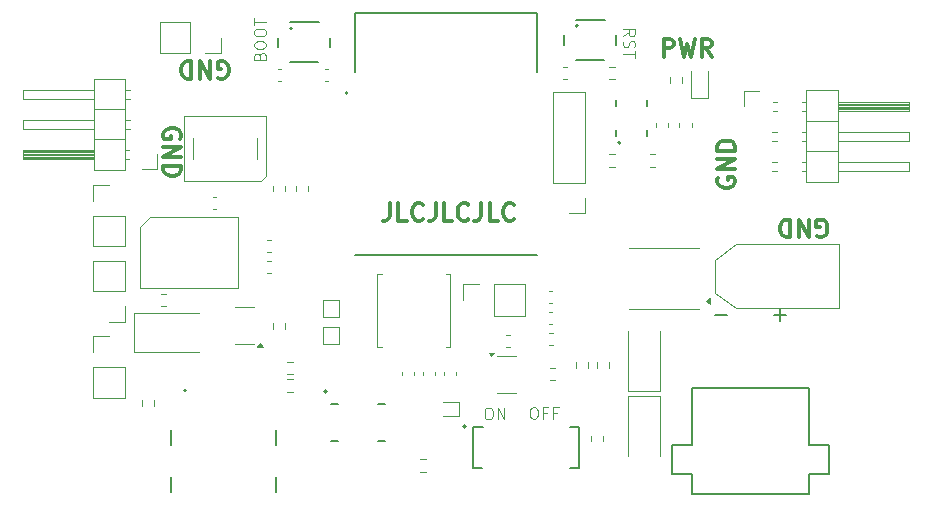
<source format=gbr>
%TF.GenerationSoftware,KiCad,Pcbnew,8.0.6*%
%TF.CreationDate,2024-12-20T17:35:20-08:00*%
%TF.ProjectId,roomba,726f6f6d-6261-42e6-9b69-6361645f7063,rev?*%
%TF.SameCoordinates,Original*%
%TF.FileFunction,Legend,Top*%
%TF.FilePolarity,Positive*%
%FSLAX46Y46*%
G04 Gerber Fmt 4.6, Leading zero omitted, Abs format (unit mm)*
G04 Created by KiCad (PCBNEW 8.0.6) date 2024-12-20 17:35:20*
%MOMM*%
%LPD*%
G01*
G04 APERTURE LIST*
%ADD10C,0.300000*%
%ADD11C,0.100000*%
%ADD12C,0.120000*%
%ADD13C,0.200000*%
%ADD14C,0.127000*%
G04 APERTURE END LIST*
D10*
X146983082Y-102800828D02*
X146983082Y-103872257D01*
X146983082Y-103872257D02*
X146911653Y-104086542D01*
X146911653Y-104086542D02*
X146768796Y-104229400D01*
X146768796Y-104229400D02*
X146554510Y-104300828D01*
X146554510Y-104300828D02*
X146411653Y-104300828D01*
X148411653Y-104300828D02*
X147697367Y-104300828D01*
X147697367Y-104300828D02*
X147697367Y-102800828D01*
X149768796Y-104157971D02*
X149697368Y-104229400D01*
X149697368Y-104229400D02*
X149483082Y-104300828D01*
X149483082Y-104300828D02*
X149340225Y-104300828D01*
X149340225Y-104300828D02*
X149125939Y-104229400D01*
X149125939Y-104229400D02*
X148983082Y-104086542D01*
X148983082Y-104086542D02*
X148911653Y-103943685D01*
X148911653Y-103943685D02*
X148840225Y-103657971D01*
X148840225Y-103657971D02*
X148840225Y-103443685D01*
X148840225Y-103443685D02*
X148911653Y-103157971D01*
X148911653Y-103157971D02*
X148983082Y-103015114D01*
X148983082Y-103015114D02*
X149125939Y-102872257D01*
X149125939Y-102872257D02*
X149340225Y-102800828D01*
X149340225Y-102800828D02*
X149483082Y-102800828D01*
X149483082Y-102800828D02*
X149697368Y-102872257D01*
X149697368Y-102872257D02*
X149768796Y-102943685D01*
X150840225Y-102800828D02*
X150840225Y-103872257D01*
X150840225Y-103872257D02*
X150768796Y-104086542D01*
X150768796Y-104086542D02*
X150625939Y-104229400D01*
X150625939Y-104229400D02*
X150411653Y-104300828D01*
X150411653Y-104300828D02*
X150268796Y-104300828D01*
X152268796Y-104300828D02*
X151554510Y-104300828D01*
X151554510Y-104300828D02*
X151554510Y-102800828D01*
X153625939Y-104157971D02*
X153554511Y-104229400D01*
X153554511Y-104229400D02*
X153340225Y-104300828D01*
X153340225Y-104300828D02*
X153197368Y-104300828D01*
X153197368Y-104300828D02*
X152983082Y-104229400D01*
X152983082Y-104229400D02*
X152840225Y-104086542D01*
X152840225Y-104086542D02*
X152768796Y-103943685D01*
X152768796Y-103943685D02*
X152697368Y-103657971D01*
X152697368Y-103657971D02*
X152697368Y-103443685D01*
X152697368Y-103443685D02*
X152768796Y-103157971D01*
X152768796Y-103157971D02*
X152840225Y-103015114D01*
X152840225Y-103015114D02*
X152983082Y-102872257D01*
X152983082Y-102872257D02*
X153197368Y-102800828D01*
X153197368Y-102800828D02*
X153340225Y-102800828D01*
X153340225Y-102800828D02*
X153554511Y-102872257D01*
X153554511Y-102872257D02*
X153625939Y-102943685D01*
X154697368Y-102800828D02*
X154697368Y-103872257D01*
X154697368Y-103872257D02*
X154625939Y-104086542D01*
X154625939Y-104086542D02*
X154483082Y-104229400D01*
X154483082Y-104229400D02*
X154268796Y-104300828D01*
X154268796Y-104300828D02*
X154125939Y-104300828D01*
X156125939Y-104300828D02*
X155411653Y-104300828D01*
X155411653Y-104300828D02*
X155411653Y-102800828D01*
X157483082Y-104157971D02*
X157411654Y-104229400D01*
X157411654Y-104229400D02*
X157197368Y-104300828D01*
X157197368Y-104300828D02*
X157054511Y-104300828D01*
X157054511Y-104300828D02*
X156840225Y-104229400D01*
X156840225Y-104229400D02*
X156697368Y-104086542D01*
X156697368Y-104086542D02*
X156625939Y-103943685D01*
X156625939Y-103943685D02*
X156554511Y-103657971D01*
X156554511Y-103657971D02*
X156554511Y-103443685D01*
X156554511Y-103443685D02*
X156625939Y-103157971D01*
X156625939Y-103157971D02*
X156697368Y-103015114D01*
X156697368Y-103015114D02*
X156840225Y-102872257D01*
X156840225Y-102872257D02*
X157054511Y-102800828D01*
X157054511Y-102800828D02*
X157197368Y-102800828D01*
X157197368Y-102800828D02*
X157411654Y-102872257D01*
X157411654Y-102872257D02*
X157483082Y-102943685D01*
D11*
X166727580Y-88675312D02*
X167203771Y-88341979D01*
X166727580Y-88103884D02*
X167727580Y-88103884D01*
X167727580Y-88103884D02*
X167727580Y-88484836D01*
X167727580Y-88484836D02*
X167679961Y-88580074D01*
X167679961Y-88580074D02*
X167632342Y-88627693D01*
X167632342Y-88627693D02*
X167537104Y-88675312D01*
X167537104Y-88675312D02*
X167394247Y-88675312D01*
X167394247Y-88675312D02*
X167299009Y-88627693D01*
X167299009Y-88627693D02*
X167251390Y-88580074D01*
X167251390Y-88580074D02*
X167203771Y-88484836D01*
X167203771Y-88484836D02*
X167203771Y-88103884D01*
X166775200Y-89056265D02*
X166727580Y-89199122D01*
X166727580Y-89199122D02*
X166727580Y-89437217D01*
X166727580Y-89437217D02*
X166775200Y-89532455D01*
X166775200Y-89532455D02*
X166822819Y-89580074D01*
X166822819Y-89580074D02*
X166918057Y-89627693D01*
X166918057Y-89627693D02*
X167013295Y-89627693D01*
X167013295Y-89627693D02*
X167108533Y-89580074D01*
X167108533Y-89580074D02*
X167156152Y-89532455D01*
X167156152Y-89532455D02*
X167203771Y-89437217D01*
X167203771Y-89437217D02*
X167251390Y-89246741D01*
X167251390Y-89246741D02*
X167299009Y-89151503D01*
X167299009Y-89151503D02*
X167346628Y-89103884D01*
X167346628Y-89103884D02*
X167441866Y-89056265D01*
X167441866Y-89056265D02*
X167537104Y-89056265D01*
X167537104Y-89056265D02*
X167632342Y-89103884D01*
X167632342Y-89103884D02*
X167679961Y-89151503D01*
X167679961Y-89151503D02*
X167727580Y-89246741D01*
X167727580Y-89246741D02*
X167727580Y-89484836D01*
X167727580Y-89484836D02*
X167679961Y-89627693D01*
X167727580Y-89913408D02*
X167727580Y-90484836D01*
X166727580Y-90199122D02*
X167727580Y-90199122D01*
X135948609Y-90362782D02*
X135996228Y-90219925D01*
X135996228Y-90219925D02*
X136043847Y-90172306D01*
X136043847Y-90172306D02*
X136139085Y-90124687D01*
X136139085Y-90124687D02*
X136281942Y-90124687D01*
X136281942Y-90124687D02*
X136377180Y-90172306D01*
X136377180Y-90172306D02*
X136424800Y-90219925D01*
X136424800Y-90219925D02*
X136472419Y-90315163D01*
X136472419Y-90315163D02*
X136472419Y-90696115D01*
X136472419Y-90696115D02*
X135472419Y-90696115D01*
X135472419Y-90696115D02*
X135472419Y-90362782D01*
X135472419Y-90362782D02*
X135520038Y-90267544D01*
X135520038Y-90267544D02*
X135567657Y-90219925D01*
X135567657Y-90219925D02*
X135662895Y-90172306D01*
X135662895Y-90172306D02*
X135758133Y-90172306D01*
X135758133Y-90172306D02*
X135853371Y-90219925D01*
X135853371Y-90219925D02*
X135900990Y-90267544D01*
X135900990Y-90267544D02*
X135948609Y-90362782D01*
X135948609Y-90362782D02*
X135948609Y-90696115D01*
X135472419Y-89505639D02*
X135472419Y-89315163D01*
X135472419Y-89315163D02*
X135520038Y-89219925D01*
X135520038Y-89219925D02*
X135615276Y-89124687D01*
X135615276Y-89124687D02*
X135805752Y-89077068D01*
X135805752Y-89077068D02*
X136139085Y-89077068D01*
X136139085Y-89077068D02*
X136329561Y-89124687D01*
X136329561Y-89124687D02*
X136424800Y-89219925D01*
X136424800Y-89219925D02*
X136472419Y-89315163D01*
X136472419Y-89315163D02*
X136472419Y-89505639D01*
X136472419Y-89505639D02*
X136424800Y-89600877D01*
X136424800Y-89600877D02*
X136329561Y-89696115D01*
X136329561Y-89696115D02*
X136139085Y-89743734D01*
X136139085Y-89743734D02*
X135805752Y-89743734D01*
X135805752Y-89743734D02*
X135615276Y-89696115D01*
X135615276Y-89696115D02*
X135520038Y-89600877D01*
X135520038Y-89600877D02*
X135472419Y-89505639D01*
X135472419Y-88458020D02*
X135472419Y-88267544D01*
X135472419Y-88267544D02*
X135520038Y-88172306D01*
X135520038Y-88172306D02*
X135615276Y-88077068D01*
X135615276Y-88077068D02*
X135805752Y-88029449D01*
X135805752Y-88029449D02*
X136139085Y-88029449D01*
X136139085Y-88029449D02*
X136329561Y-88077068D01*
X136329561Y-88077068D02*
X136424800Y-88172306D01*
X136424800Y-88172306D02*
X136472419Y-88267544D01*
X136472419Y-88267544D02*
X136472419Y-88458020D01*
X136472419Y-88458020D02*
X136424800Y-88553258D01*
X136424800Y-88553258D02*
X136329561Y-88648496D01*
X136329561Y-88648496D02*
X136139085Y-88696115D01*
X136139085Y-88696115D02*
X135805752Y-88696115D01*
X135805752Y-88696115D02*
X135615276Y-88648496D01*
X135615276Y-88648496D02*
X135520038Y-88553258D01*
X135520038Y-88553258D02*
X135472419Y-88458020D01*
X135472419Y-87743734D02*
X135472419Y-87172306D01*
X136472419Y-87458020D02*
X135472419Y-87458020D01*
D10*
X174772257Y-100659774D02*
X174700828Y-100802632D01*
X174700828Y-100802632D02*
X174700828Y-101016917D01*
X174700828Y-101016917D02*
X174772257Y-101231203D01*
X174772257Y-101231203D02*
X174915114Y-101374060D01*
X174915114Y-101374060D02*
X175057971Y-101445489D01*
X175057971Y-101445489D02*
X175343685Y-101516917D01*
X175343685Y-101516917D02*
X175557971Y-101516917D01*
X175557971Y-101516917D02*
X175843685Y-101445489D01*
X175843685Y-101445489D02*
X175986542Y-101374060D01*
X175986542Y-101374060D02*
X176129400Y-101231203D01*
X176129400Y-101231203D02*
X176200828Y-101016917D01*
X176200828Y-101016917D02*
X176200828Y-100874060D01*
X176200828Y-100874060D02*
X176129400Y-100659774D01*
X176129400Y-100659774D02*
X176057971Y-100588346D01*
X176057971Y-100588346D02*
X175557971Y-100588346D01*
X175557971Y-100588346D02*
X175557971Y-100874060D01*
X176200828Y-99945489D02*
X174700828Y-99945489D01*
X174700828Y-99945489D02*
X176200828Y-99088346D01*
X176200828Y-99088346D02*
X174700828Y-99088346D01*
X176200828Y-98374060D02*
X174700828Y-98374060D01*
X174700828Y-98374060D02*
X174700828Y-98016917D01*
X174700828Y-98016917D02*
X174772257Y-97802631D01*
X174772257Y-97802631D02*
X174915114Y-97659774D01*
X174915114Y-97659774D02*
X175057971Y-97588345D01*
X175057971Y-97588345D02*
X175343685Y-97516917D01*
X175343685Y-97516917D02*
X175557971Y-97516917D01*
X175557971Y-97516917D02*
X175843685Y-97588345D01*
X175843685Y-97588345D02*
X175986542Y-97659774D01*
X175986542Y-97659774D02*
X176129400Y-97802631D01*
X176129400Y-97802631D02*
X176200828Y-98016917D01*
X176200828Y-98016917D02*
X176200828Y-98374060D01*
X129227742Y-97340225D02*
X129299171Y-97197368D01*
X129299171Y-97197368D02*
X129299171Y-96983082D01*
X129299171Y-96983082D02*
X129227742Y-96768796D01*
X129227742Y-96768796D02*
X129084885Y-96625939D01*
X129084885Y-96625939D02*
X128942028Y-96554510D01*
X128942028Y-96554510D02*
X128656314Y-96483082D01*
X128656314Y-96483082D02*
X128442028Y-96483082D01*
X128442028Y-96483082D02*
X128156314Y-96554510D01*
X128156314Y-96554510D02*
X128013457Y-96625939D01*
X128013457Y-96625939D02*
X127870600Y-96768796D01*
X127870600Y-96768796D02*
X127799171Y-96983082D01*
X127799171Y-96983082D02*
X127799171Y-97125939D01*
X127799171Y-97125939D02*
X127870600Y-97340225D01*
X127870600Y-97340225D02*
X127942028Y-97411653D01*
X127942028Y-97411653D02*
X128442028Y-97411653D01*
X128442028Y-97411653D02*
X128442028Y-97125939D01*
X127799171Y-98054510D02*
X129299171Y-98054510D01*
X129299171Y-98054510D02*
X127799171Y-98911653D01*
X127799171Y-98911653D02*
X129299171Y-98911653D01*
X127799171Y-99625939D02*
X129299171Y-99625939D01*
X129299171Y-99625939D02*
X129299171Y-99983082D01*
X129299171Y-99983082D02*
X129227742Y-100197368D01*
X129227742Y-100197368D02*
X129084885Y-100340225D01*
X129084885Y-100340225D02*
X128942028Y-100411654D01*
X128942028Y-100411654D02*
X128656314Y-100483082D01*
X128656314Y-100483082D02*
X128442028Y-100483082D01*
X128442028Y-100483082D02*
X128156314Y-100411654D01*
X128156314Y-100411654D02*
X128013457Y-100340225D01*
X128013457Y-100340225D02*
X127870600Y-100197368D01*
X127870600Y-100197368D02*
X127799171Y-99983082D01*
X127799171Y-99983082D02*
X127799171Y-99625939D01*
X132459774Y-92227742D02*
X132602632Y-92299171D01*
X132602632Y-92299171D02*
X132816917Y-92299171D01*
X132816917Y-92299171D02*
X133031203Y-92227742D01*
X133031203Y-92227742D02*
X133174060Y-92084885D01*
X133174060Y-92084885D02*
X133245489Y-91942028D01*
X133245489Y-91942028D02*
X133316917Y-91656314D01*
X133316917Y-91656314D02*
X133316917Y-91442028D01*
X133316917Y-91442028D02*
X133245489Y-91156314D01*
X133245489Y-91156314D02*
X133174060Y-91013457D01*
X133174060Y-91013457D02*
X133031203Y-90870600D01*
X133031203Y-90870600D02*
X132816917Y-90799171D01*
X132816917Y-90799171D02*
X132674060Y-90799171D01*
X132674060Y-90799171D02*
X132459774Y-90870600D01*
X132459774Y-90870600D02*
X132388346Y-90942028D01*
X132388346Y-90942028D02*
X132388346Y-91442028D01*
X132388346Y-91442028D02*
X132674060Y-91442028D01*
X131745489Y-90799171D02*
X131745489Y-92299171D01*
X131745489Y-92299171D02*
X130888346Y-90799171D01*
X130888346Y-90799171D02*
X130888346Y-92299171D01*
X130174060Y-90799171D02*
X130174060Y-92299171D01*
X130174060Y-92299171D02*
X129816917Y-92299171D01*
X129816917Y-92299171D02*
X129602631Y-92227742D01*
X129602631Y-92227742D02*
X129459774Y-92084885D01*
X129459774Y-92084885D02*
X129388345Y-91942028D01*
X129388345Y-91942028D02*
X129316917Y-91656314D01*
X129316917Y-91656314D02*
X129316917Y-91442028D01*
X129316917Y-91442028D02*
X129388345Y-91156314D01*
X129388345Y-91156314D02*
X129459774Y-91013457D01*
X129459774Y-91013457D02*
X129602631Y-90870600D01*
X129602631Y-90870600D02*
X129816917Y-90799171D01*
X129816917Y-90799171D02*
X130174060Y-90799171D01*
X170154510Y-90400828D02*
X170154510Y-88900828D01*
X170154510Y-88900828D02*
X170725939Y-88900828D01*
X170725939Y-88900828D02*
X170868796Y-88972257D01*
X170868796Y-88972257D02*
X170940225Y-89043685D01*
X170940225Y-89043685D02*
X171011653Y-89186542D01*
X171011653Y-89186542D02*
X171011653Y-89400828D01*
X171011653Y-89400828D02*
X170940225Y-89543685D01*
X170940225Y-89543685D02*
X170868796Y-89615114D01*
X170868796Y-89615114D02*
X170725939Y-89686542D01*
X170725939Y-89686542D02*
X170154510Y-89686542D01*
X171511653Y-88900828D02*
X171868796Y-90400828D01*
X171868796Y-90400828D02*
X172154510Y-89329400D01*
X172154510Y-89329400D02*
X172440225Y-90400828D01*
X172440225Y-90400828D02*
X172797368Y-88900828D01*
X174225939Y-90400828D02*
X173725939Y-89686542D01*
X173368796Y-90400828D02*
X173368796Y-88900828D01*
X173368796Y-88900828D02*
X173940225Y-88900828D01*
X173940225Y-88900828D02*
X174083082Y-88972257D01*
X174083082Y-88972257D02*
X174154511Y-89043685D01*
X174154511Y-89043685D02*
X174225939Y-89186542D01*
X174225939Y-89186542D02*
X174225939Y-89400828D01*
X174225939Y-89400828D02*
X174154511Y-89543685D01*
X174154511Y-89543685D02*
X174083082Y-89615114D01*
X174083082Y-89615114D02*
X173940225Y-89686542D01*
X173940225Y-89686542D02*
X173368796Y-89686542D01*
D11*
X159066860Y-120072419D02*
X159257336Y-120072419D01*
X159257336Y-120072419D02*
X159352574Y-120120038D01*
X159352574Y-120120038D02*
X159447812Y-120215276D01*
X159447812Y-120215276D02*
X159495431Y-120405752D01*
X159495431Y-120405752D02*
X159495431Y-120739085D01*
X159495431Y-120739085D02*
X159447812Y-120929561D01*
X159447812Y-120929561D02*
X159352574Y-121024800D01*
X159352574Y-121024800D02*
X159257336Y-121072419D01*
X159257336Y-121072419D02*
X159066860Y-121072419D01*
X159066860Y-121072419D02*
X158971622Y-121024800D01*
X158971622Y-121024800D02*
X158876384Y-120929561D01*
X158876384Y-120929561D02*
X158828765Y-120739085D01*
X158828765Y-120739085D02*
X158828765Y-120405752D01*
X158828765Y-120405752D02*
X158876384Y-120215276D01*
X158876384Y-120215276D02*
X158971622Y-120120038D01*
X158971622Y-120120038D02*
X159066860Y-120072419D01*
X160257336Y-120548609D02*
X159924003Y-120548609D01*
X159924003Y-121072419D02*
X159924003Y-120072419D01*
X159924003Y-120072419D02*
X160400193Y-120072419D01*
X161114479Y-120548609D02*
X160781146Y-120548609D01*
X160781146Y-121072419D02*
X160781146Y-120072419D01*
X160781146Y-120072419D02*
X161257336Y-120072419D01*
X155244360Y-120122419D02*
X155434836Y-120122419D01*
X155434836Y-120122419D02*
X155530074Y-120170038D01*
X155530074Y-120170038D02*
X155625312Y-120265276D01*
X155625312Y-120265276D02*
X155672931Y-120455752D01*
X155672931Y-120455752D02*
X155672931Y-120789085D01*
X155672931Y-120789085D02*
X155625312Y-120979561D01*
X155625312Y-120979561D02*
X155530074Y-121074800D01*
X155530074Y-121074800D02*
X155434836Y-121122419D01*
X155434836Y-121122419D02*
X155244360Y-121122419D01*
X155244360Y-121122419D02*
X155149122Y-121074800D01*
X155149122Y-121074800D02*
X155053884Y-120979561D01*
X155053884Y-120979561D02*
X155006265Y-120789085D01*
X155006265Y-120789085D02*
X155006265Y-120455752D01*
X155006265Y-120455752D02*
X155053884Y-120265276D01*
X155053884Y-120265276D02*
X155149122Y-120170038D01*
X155149122Y-120170038D02*
X155244360Y-120122419D01*
X156101503Y-121122419D02*
X156101503Y-120122419D01*
X156101503Y-120122419D02*
X156672931Y-121122419D01*
X156672931Y-121122419D02*
X156672931Y-120122419D01*
D10*
X183159774Y-105627742D02*
X183302632Y-105699171D01*
X183302632Y-105699171D02*
X183516917Y-105699171D01*
X183516917Y-105699171D02*
X183731203Y-105627742D01*
X183731203Y-105627742D02*
X183874060Y-105484885D01*
X183874060Y-105484885D02*
X183945489Y-105342028D01*
X183945489Y-105342028D02*
X184016917Y-105056314D01*
X184016917Y-105056314D02*
X184016917Y-104842028D01*
X184016917Y-104842028D02*
X183945489Y-104556314D01*
X183945489Y-104556314D02*
X183874060Y-104413457D01*
X183874060Y-104413457D02*
X183731203Y-104270600D01*
X183731203Y-104270600D02*
X183516917Y-104199171D01*
X183516917Y-104199171D02*
X183374060Y-104199171D01*
X183374060Y-104199171D02*
X183159774Y-104270600D01*
X183159774Y-104270600D02*
X183088346Y-104342028D01*
X183088346Y-104342028D02*
X183088346Y-104842028D01*
X183088346Y-104842028D02*
X183374060Y-104842028D01*
X182445489Y-104199171D02*
X182445489Y-105699171D01*
X182445489Y-105699171D02*
X181588346Y-104199171D01*
X181588346Y-104199171D02*
X181588346Y-105699171D01*
X180874060Y-104199171D02*
X180874060Y-105699171D01*
X180874060Y-105699171D02*
X180516917Y-105699171D01*
X180516917Y-105699171D02*
X180302631Y-105627742D01*
X180302631Y-105627742D02*
X180159774Y-105484885D01*
X180159774Y-105484885D02*
X180088345Y-105342028D01*
X180088345Y-105342028D02*
X180016917Y-105056314D01*
X180016917Y-105056314D02*
X180016917Y-104842028D01*
X180016917Y-104842028D02*
X180088345Y-104556314D01*
X180088345Y-104556314D02*
X180159774Y-104413457D01*
X180159774Y-104413457D02*
X180302631Y-104270600D01*
X180302631Y-104270600D02*
X180516917Y-104199171D01*
X180516917Y-104199171D02*
X180874060Y-104199171D01*
D12*
%TO.C,D5*%
X152810000Y-120860000D02*
X152810000Y-119640000D01*
X152810000Y-120860000D02*
X151500000Y-120860000D01*
X152810000Y-119640000D02*
X151500000Y-119640000D01*
%TO.C,R16*%
X160987258Y-117772500D02*
X160512742Y-117772500D01*
X160987258Y-116727500D02*
X160512742Y-116727500D01*
%TO.C,L1*%
X152100000Y-108800000D02*
X151700000Y-108800000D01*
X145900000Y-108800000D02*
X146300000Y-108800000D01*
X152100000Y-115000000D02*
X152100000Y-108800000D01*
X152100000Y-115000000D02*
X151700000Y-115000000D01*
X145900000Y-115000000D02*
X145900000Y-108800000D01*
X145900000Y-115000000D02*
X146300000Y-115000000D01*
%TO.C,TP4*%
X141300000Y-113300000D02*
X142700000Y-113300000D01*
X141300000Y-114700000D02*
X141300000Y-113300000D01*
X142700000Y-113300000D02*
X142700000Y-114700000D01*
X142700000Y-114700000D02*
X141300000Y-114700000D01*
%TO.C,TP3*%
X141300000Y-111050000D02*
X142700000Y-111050000D01*
X141300000Y-112450000D02*
X141300000Y-111050000D01*
X142700000Y-111050000D02*
X142700000Y-112450000D01*
X142700000Y-112450000D02*
X141300000Y-112450000D01*
%TO.C,U3*%
X163450000Y-103670000D02*
X162120000Y-103670000D01*
X163450000Y-102340000D02*
X163450000Y-103670000D01*
X163450000Y-101070000D02*
X163450000Y-93390000D01*
X163450000Y-101070000D02*
X160790000Y-101070000D01*
X163450000Y-93390000D02*
X160790000Y-93390000D01*
X160790000Y-101070000D02*
X160790000Y-93390000D01*
%TO.C,U2*%
X134150000Y-104000000D02*
X134150000Y-110000000D01*
X126650000Y-104000000D02*
X134150000Y-104000000D01*
X125850000Y-104800000D02*
X126650000Y-104000000D01*
X134150000Y-110000000D02*
X125850000Y-110000000D01*
X125850000Y-110000000D02*
X125850000Y-104800000D01*
%TO.C,U1*%
X155562500Y-115790000D02*
X155322500Y-115460000D01*
X155802500Y-115460000D01*
X155562500Y-115790000D01*
G36*
X155562500Y-115790000D02*
G01*
X155322500Y-115460000D01*
X155802500Y-115460000D01*
X155562500Y-115790000D01*
G37*
X156862500Y-118860000D02*
X157662500Y-118860000D01*
X156862500Y-118860000D02*
X156062500Y-118860000D01*
X156862500Y-115740000D02*
X157662500Y-115740000D01*
X156862500Y-115740000D02*
X156062500Y-115740000D01*
D13*
%TO.C,SW3*%
X153420000Y-121700000D02*
G75*
G02*
X153180000Y-121700000I-120000J0D01*
G01*
X153180000Y-121700000D02*
G75*
G02*
X153420000Y-121700000I120000J0D01*
G01*
D14*
X163000000Y-125250000D02*
X162200000Y-125250000D01*
X163000000Y-121750000D02*
X163000000Y-125250000D01*
X162200000Y-121750000D02*
X163000000Y-121750000D01*
X154850000Y-121750000D02*
X154000000Y-121750000D01*
X154000000Y-125250000D02*
X154800000Y-125250000D01*
X154000000Y-121750000D02*
X154000000Y-125250000D01*
D12*
%TO.C,R15*%
X163977500Y-122512742D02*
X163977500Y-122987258D01*
X165022500Y-122512742D02*
X165022500Y-122987258D01*
%TO.C,R14*%
X140032500Y-101337742D02*
X140032500Y-101812258D01*
X138987500Y-101337742D02*
X138987500Y-101812258D01*
%TO.C,R13*%
X138122500Y-101812258D02*
X138122500Y-101337742D01*
X137077500Y-101812258D02*
X137077500Y-101337742D01*
%TO.C,R12*%
X168962742Y-99722500D02*
X169437258Y-99722500D01*
X168962742Y-98677500D02*
X169437258Y-98677500D01*
%TO.C,R11*%
X166037258Y-99722500D02*
X165562742Y-99722500D01*
X166037258Y-98677500D02*
X165562742Y-98677500D01*
%TO.C,R10*%
X165552500Y-116737258D02*
X165552500Y-116262742D01*
X164507500Y-116737258D02*
X164507500Y-116262742D01*
%TO.C,R9*%
X125977500Y-119512742D02*
X125977500Y-119987258D01*
X127022500Y-119512742D02*
X127022500Y-119987258D01*
%TO.C,R8*%
X138262742Y-117272500D02*
X138737258Y-117272500D01*
X138262742Y-116227500D02*
X138737258Y-116227500D01*
%TO.C,R7*%
X137077500Y-113437258D02*
X137077500Y-112962742D01*
X138122500Y-113437258D02*
X138122500Y-112962742D01*
%TO.C,R6*%
X162727500Y-116262742D02*
X162727500Y-116737258D01*
X163772500Y-116262742D02*
X163772500Y-116737258D01*
%TO.C,R5*%
X127562742Y-110477500D02*
X128037258Y-110477500D01*
X127562742Y-111522500D02*
X128037258Y-111522500D01*
%TO.C,R3*%
X171722500Y-92612258D02*
X171722500Y-92137742D01*
X170677500Y-92612258D02*
X170677500Y-92137742D01*
%TO.C,R2*%
X149512742Y-125533250D02*
X149987258Y-125533250D01*
X149512742Y-124488250D02*
X149987258Y-124488250D01*
%TO.C,R1*%
X138737258Y-117727500D02*
X138262742Y-117727500D01*
X138737258Y-118772500D02*
X138262742Y-118772500D01*
%TO.C,Q1*%
X134662500Y-114710000D02*
X135462500Y-114710000D01*
X134662500Y-114710000D02*
X133862500Y-114710000D01*
X134662500Y-111590000D02*
X135462500Y-111590000D01*
X134662500Y-111590000D02*
X133862500Y-111590000D01*
X136202500Y-114990000D02*
X135722500Y-114990000D01*
X135962500Y-114660000D01*
X136202500Y-114990000D01*
G36*
X136202500Y-114990000D02*
G01*
X135722500Y-114990000D01*
X135962500Y-114660000D01*
X136202500Y-114990000D01*
G37*
%TO.C,M3*%
X121870000Y-114070000D02*
X123200000Y-114070000D01*
X121870000Y-115400000D02*
X121870000Y-114070000D01*
X121870000Y-116670000D02*
X121870000Y-119270000D01*
X121870000Y-116670000D02*
X124530000Y-116670000D01*
X121870000Y-119270000D02*
X124530000Y-119270000D01*
X124530000Y-116670000D02*
X124530000Y-119270000D01*
%TO.C,M2*%
X121870000Y-110270000D02*
X121870000Y-107670000D01*
X124530000Y-107670000D02*
X121870000Y-107670000D01*
X124530000Y-110270000D02*
X121870000Y-110270000D01*
X124530000Y-110270000D02*
X124530000Y-107670000D01*
X124530000Y-111540000D02*
X124530000Y-112870000D01*
X124530000Y-112870000D02*
X123200000Y-112870000D01*
%TO.C,M1*%
X121870000Y-101270000D02*
X123200000Y-101270000D01*
X121870000Y-102600000D02*
X121870000Y-101270000D01*
X121870000Y-103870000D02*
X121870000Y-106470000D01*
X121870000Y-103870000D02*
X124530000Y-103870000D01*
X121870000Y-106470000D02*
X124530000Y-106470000D01*
X124530000Y-103870000D02*
X124530000Y-106470000D01*
%TO.C,J7*%
X155770000Y-109670000D02*
X158370000Y-109670000D01*
X153170000Y-109670000D02*
X154500000Y-109670000D01*
X153170000Y-111000000D02*
X153170000Y-109670000D01*
X158370000Y-112330000D02*
X158370000Y-109670000D01*
X155770000Y-112330000D02*
X155770000Y-109670000D01*
X155770000Y-112330000D02*
X158370000Y-112330000D01*
%TO.C,J6*%
X130070000Y-87470000D02*
X127470000Y-87470000D01*
X130070000Y-87470000D02*
X130070000Y-90130000D01*
X127470000Y-87470000D02*
X127470000Y-90130000D01*
X132670000Y-88800000D02*
X132670000Y-90130000D01*
X132670000Y-90130000D02*
X131340000Y-90130000D01*
X130070000Y-90130000D02*
X127470000Y-90130000D01*
D13*
%TO.C,J4*%
X141625000Y-118750750D02*
G75*
G02*
X141425000Y-118750750I-100000J0D01*
G01*
X141425000Y-118750750D02*
G75*
G02*
X141625000Y-118750750I100000J0D01*
G01*
X145995000Y-122990750D02*
X146555000Y-122990750D01*
X145995000Y-119830750D02*
X146555000Y-119830750D01*
X141995000Y-122990750D02*
X142555000Y-122990750D01*
X141995000Y-119830750D02*
X142555000Y-119830750D01*
D12*
%TO.C,J2*%
X127270000Y-99950000D02*
X126000000Y-99950000D01*
X127270000Y-98680000D02*
X127270000Y-99950000D01*
X124957071Y-96520000D02*
X124560000Y-96520000D01*
X124957071Y-95760000D02*
X124560000Y-95760000D01*
X124957071Y-93980000D02*
X124560000Y-93980000D01*
X124957071Y-93220000D02*
X124560000Y-93220000D01*
X124890000Y-99060000D02*
X124560000Y-99060000D01*
X124890000Y-98300000D02*
X124560000Y-98300000D01*
X124560000Y-100010000D02*
X124560000Y-92270000D01*
X124560000Y-97410000D02*
X121900000Y-97410000D01*
X124560000Y-94870000D02*
X121900000Y-94870000D01*
X124560000Y-92270000D02*
X121900000Y-92270000D01*
X121900000Y-100010000D02*
X124560000Y-100010000D01*
X121900000Y-99060000D02*
X115900000Y-99060000D01*
X121900000Y-99000000D02*
X115900000Y-99000000D01*
X121900000Y-98880000D02*
X115900000Y-98880000D01*
X121900000Y-98760000D02*
X115900000Y-98760000D01*
X121900000Y-98640000D02*
X115900000Y-98640000D01*
X121900000Y-98520000D02*
X115900000Y-98520000D01*
X121900000Y-98400000D02*
X115900000Y-98400000D01*
X121900000Y-96520000D02*
X115900000Y-96520000D01*
X121900000Y-93980000D02*
X115900000Y-93980000D01*
X121900000Y-92270000D02*
X121900000Y-100010000D01*
X115900000Y-99060000D02*
X115900000Y-98300000D01*
X115900000Y-98300000D02*
X121900000Y-98300000D01*
X115900000Y-96520000D02*
X115900000Y-95760000D01*
X115900000Y-95760000D02*
X121900000Y-95760000D01*
X115900000Y-93980000D02*
X115900000Y-93220000D01*
X115900000Y-93220000D02*
X121900000Y-93220000D01*
D13*
%TO.C,J1*%
X129725000Y-118673250D02*
G75*
G02*
X129525000Y-118673250I-100000J0D01*
G01*
X129525000Y-118673250D02*
G75*
G02*
X129725000Y-118673250I100000J0D01*
G01*
X137345000Y-127273250D02*
X137345000Y-125993250D01*
X137345000Y-122023250D02*
X137345000Y-123273250D01*
X128405000Y-125993250D02*
X128405000Y-127273250D01*
X128405000Y-122023250D02*
X128405000Y-123273250D01*
D12*
%TO.C,D10*%
X125290000Y-112150000D02*
X125290000Y-115450000D01*
X125290000Y-112150000D02*
X130800000Y-112150000D01*
X125290000Y-115450000D02*
X130800000Y-115450000D01*
%TO.C,D9*%
X172465000Y-93897500D02*
X173935000Y-93897500D01*
X173935000Y-93897500D02*
X173935000Y-91612500D01*
X172465000Y-91612500D02*
X172465000Y-93897500D01*
%TO.C,D3*%
X136500000Y-100500000D02*
X136500000Y-95450000D01*
X136050000Y-100950000D02*
X136500000Y-100500000D01*
X135700000Y-99100000D02*
X135700000Y-97300000D01*
X130300000Y-99100000D02*
X130300000Y-97300000D01*
X129500000Y-100950000D02*
X136050000Y-100950000D01*
X129500000Y-95450000D02*
X136500000Y-95450000D01*
X129500000Y-95450000D02*
X129500000Y-100950000D01*
%TO.C,C15*%
X160436920Y-110241750D02*
X160718080Y-110241750D01*
X160436920Y-111261750D02*
X160718080Y-111261750D01*
%TO.C,C14*%
X160471920Y-113841750D02*
X160753080Y-113841750D01*
X160471920Y-114861750D02*
X160753080Y-114861750D01*
%TO.C,C13*%
X151590000Y-117390580D02*
X151590000Y-117109420D01*
X152610000Y-117390580D02*
X152610000Y-117109420D01*
%TO.C,C12*%
X170510000Y-96059420D02*
X170510000Y-96340580D01*
X169490000Y-96059420D02*
X169490000Y-96340580D01*
%TO.C,C11*%
X172510000Y-96059420D02*
X172510000Y-96340580D01*
X171490000Y-96059420D02*
X171490000Y-96340580D01*
%TO.C,C10*%
X149790000Y-117390580D02*
X149790000Y-117109420D01*
X150810000Y-117390580D02*
X150810000Y-117109420D01*
%TO.C,C9*%
X160436920Y-112061750D02*
X160718080Y-112061750D01*
X160436920Y-113081750D02*
X160718080Y-113081750D01*
%TO.C,C8*%
X147990000Y-117390580D02*
X147990000Y-117109420D01*
X149010000Y-117390580D02*
X149010000Y-117109420D01*
%TO.C,C7*%
X136591233Y-105890000D02*
X136883767Y-105890000D01*
X136591233Y-106910000D02*
X136883767Y-106910000D01*
%TO.C,C6*%
X136591233Y-107690000D02*
X136883767Y-107690000D01*
X136591233Y-108710000D02*
X136883767Y-108710000D01*
%TO.C,C5*%
X157115580Y-113990000D02*
X156834420Y-113990000D01*
X157115580Y-115010000D02*
X156834420Y-115010000D01*
%TO.C,C4*%
X131991233Y-102290000D02*
X132283767Y-102290000D01*
X131991233Y-103310000D02*
X132283767Y-103310000D01*
%TO.C,C3*%
X137740580Y-91490000D02*
X137459420Y-91490000D01*
X137740580Y-92510000D02*
X137459420Y-92510000D01*
D14*
%TO.C,Accelerometer1*%
X168700000Y-97150000D02*
X168700000Y-96590000D01*
X166100000Y-96590000D02*
X166100000Y-97150000D01*
X166100000Y-94610000D02*
X166100000Y-94050000D01*
X168700000Y-94610000D02*
X168700000Y-94050000D01*
D13*
X166505000Y-97690000D02*
G75*
G02*
X166305000Y-97690000I-100000J0D01*
G01*
X166305000Y-97690000D02*
G75*
G02*
X166505000Y-97690000I100000J0D01*
G01*
D12*
%TO.C,R4*%
X165562742Y-91277500D02*
X166037258Y-91277500D01*
X165562742Y-92322500D02*
X166037258Y-92322500D01*
D13*
%TO.C,SW1*%
X161700000Y-88600000D02*
X161700000Y-89400000D01*
X162700000Y-87300000D02*
X165200000Y-87300000D01*
X162700000Y-90700000D02*
X165100000Y-90700000D01*
X166100000Y-88600000D02*
X166100000Y-89400000D01*
X162900000Y-87800000D02*
G75*
G02*
X162700000Y-87800000I-100000J0D01*
G01*
X162700000Y-87800000D02*
G75*
G02*
X162900000Y-87800000I100000J0D01*
G01*
%TO.C,SW2*%
X138700000Y-88000000D02*
G75*
G02*
X138500000Y-88000000I-100000J0D01*
G01*
X138500000Y-88000000D02*
G75*
G02*
X138700000Y-88000000I100000J0D01*
G01*
X141900000Y-88800000D02*
X141900000Y-89600000D01*
X138500000Y-90900000D02*
X140900000Y-90900000D01*
X138500000Y-87500000D02*
X141000000Y-87500000D01*
X137500000Y-88800000D02*
X137500000Y-89600000D01*
%TO.C,MCU1*%
X143400000Y-93500000D02*
G75*
G02*
X143200000Y-93500000I-100000J0D01*
G01*
X143200000Y-93500000D02*
G75*
G02*
X143400000Y-93500000I100000J0D01*
G01*
D14*
X159450000Y-107175000D02*
X144050000Y-107175000D01*
X159450000Y-86675000D02*
X159450000Y-91725000D01*
X144050000Y-91725000D02*
X144050000Y-86675000D01*
X144050000Y-86675000D02*
X159450000Y-86675000D01*
D12*
%TO.C,C1*%
X161659420Y-92310000D02*
X161940580Y-92310000D01*
X161659420Y-91290000D02*
X161940580Y-91290000D01*
%TO.C,C2*%
X141459420Y-92510000D02*
X141740580Y-92510000D01*
X141459420Y-91490000D02*
X141740580Y-91490000D01*
%TO.C,J5*%
X184960000Y-106290000D02*
X184960000Y-111710000D01*
X176240000Y-111710000D02*
X184960000Y-111710000D01*
X176240000Y-106290000D02*
X184960000Y-106290000D01*
X174540000Y-110410000D02*
X176240000Y-111710000D01*
X174540000Y-107590000D02*
X176240000Y-106290000D01*
X174540000Y-107590000D02*
X174540000Y-110410000D01*
%TO.C,Q9*%
X174095000Y-111355000D02*
X173765000Y-111115000D01*
X174095000Y-110875000D01*
X174095000Y-111355000D01*
G36*
X174095000Y-111355000D02*
G01*
X173765000Y-111115000D01*
X174095000Y-110875000D01*
X174095000Y-111355000D01*
G37*
X173135000Y-106620000D02*
X167245000Y-106620000D01*
X173135000Y-111760000D02*
X167245000Y-111760000D01*
D14*
%TO.C,J3*%
X184150000Y-125750000D02*
X182450000Y-125750000D01*
X184150000Y-123250000D02*
X184150000Y-125750000D01*
X182450000Y-127450000D02*
X172550000Y-127450000D01*
X182450000Y-125750000D02*
X182450000Y-127450000D01*
X182450000Y-123250000D02*
X184150000Y-123250000D01*
X182450000Y-118450000D02*
X182450000Y-123250000D01*
X180500000Y-112250000D02*
X179500000Y-112250000D01*
X180000000Y-111750000D02*
X180000000Y-112750000D01*
X175500000Y-112250000D02*
X174500000Y-112250000D01*
X172550000Y-127450000D02*
X172550000Y-125750000D01*
X172550000Y-125750000D02*
X170850000Y-125750000D01*
X172550000Y-123250000D02*
X172550000Y-118450000D01*
X172550000Y-118450000D02*
X182450000Y-118450000D01*
X170850000Y-125750000D02*
X170850000Y-123250000D01*
X170850000Y-123250000D02*
X172550000Y-123250000D01*
D12*
%TO.C,D2*%
X167140000Y-118710000D02*
X169860000Y-118710000D01*
X167140000Y-118710000D02*
X167140000Y-113650000D01*
X169860000Y-118710000D02*
X169860000Y-113650000D01*
%TO.C,D1*%
X169860000Y-119140000D02*
X167140000Y-119140000D01*
X169860000Y-119140000D02*
X169860000Y-124200000D01*
X167140000Y-119140000D02*
X167140000Y-124200000D01*
%TO.C,LED1*%
X176990000Y-93330000D02*
X178260000Y-93330000D01*
X176990000Y-94600000D02*
X176990000Y-93330000D01*
X179302929Y-96760000D02*
X179757071Y-96760000D01*
X179302929Y-97520000D02*
X179757071Y-97520000D01*
X179302929Y-99300000D02*
X179757071Y-99300000D01*
X179302929Y-100060000D02*
X179757071Y-100060000D01*
X179370000Y-94220000D02*
X179757071Y-94220000D01*
X179370000Y-94980000D02*
X179757071Y-94980000D01*
X181842929Y-94220000D02*
X182240000Y-94220000D01*
X181842929Y-94980000D02*
X182240000Y-94980000D01*
X181842929Y-96760000D02*
X182240000Y-96760000D01*
X181842929Y-97520000D02*
X182240000Y-97520000D01*
X181842929Y-99300000D02*
X182240000Y-99300000D01*
X181842929Y-100060000D02*
X182240000Y-100060000D01*
X182240000Y-93270000D02*
X182240000Y-101010000D01*
X182240000Y-95870000D02*
X184900000Y-95870000D01*
X182240000Y-98410000D02*
X184900000Y-98410000D01*
X182240000Y-101010000D02*
X184900000Y-101010000D01*
X184900000Y-93270000D02*
X182240000Y-93270000D01*
X184900000Y-94220000D02*
X190900000Y-94220000D01*
X184900000Y-94280000D02*
X190900000Y-94280000D01*
X184900000Y-94400000D02*
X190900000Y-94400000D01*
X184900000Y-94520000D02*
X190900000Y-94520000D01*
X184900000Y-94640000D02*
X190900000Y-94640000D01*
X184900000Y-94760000D02*
X190900000Y-94760000D01*
X184900000Y-94880000D02*
X190900000Y-94880000D01*
X184900000Y-96760000D02*
X190900000Y-96760000D01*
X184900000Y-99300000D02*
X190900000Y-99300000D01*
X184900000Y-101010000D02*
X184900000Y-93270000D01*
X190900000Y-94220000D02*
X190900000Y-94980000D01*
X190900000Y-94980000D02*
X184900000Y-94980000D01*
X190900000Y-96760000D02*
X190900000Y-97520000D01*
X190900000Y-97520000D02*
X184900000Y-97520000D01*
X190900000Y-99300000D02*
X190900000Y-100060000D01*
X190900000Y-100060000D02*
X184900000Y-100060000D01*
%TD*%
M02*

</source>
